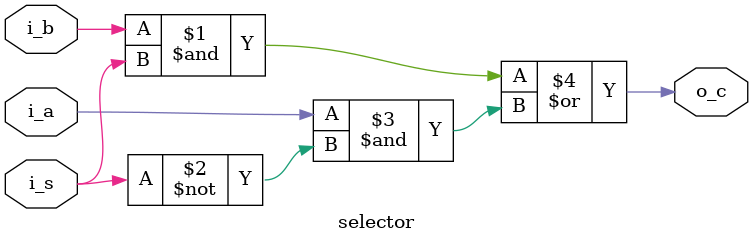
<source format=v>
/* verilator lint_off UNUSED */
module selector
  ( 
    i_a,
    i_b,
    i_s,
    o_c
    );
   
  input i_a;
  input i_b;
  input i_s;
  output o_c;
  
  or(o_c, i_b & i_s, i_a & (~i_s));
endmodule

</source>
